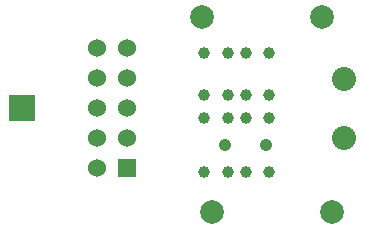
<source format=gbs>
%FSLAX36Y36*%
G04 Gerber Fmt 3.6, Leading zero omitted, Abs format (unit inch)*
G04 Created by KiCad (PCBNEW (2014-jul-16 BZR unknown)-product) date Tue 13 Jan 2015 02:04:58 PM PST*
%MOIN*%
G01*
G04 APERTURE LIST*
%ADD10C,0.003937*%
%ADD11C,0.078700*%
%ADD12R,0.088000X0.088000*%
%ADD13C,0.039370*%
%ADD14C,0.041339*%
%ADD15C,0.080000*%
%ADD16R,0.060000X0.060000*%
%ADD17C,0.060000*%
G04 APERTURE END LIST*
D10*
D11*
X5260000Y-4770000D03*
X4860000Y-4770000D03*
X5225000Y-4120000D03*
X4825000Y-4120000D03*
D12*
X4225000Y-4425000D03*
D13*
X4832677Y-4636772D03*
X4911417Y-4636811D03*
X4832677Y-4457677D03*
X4911417Y-4457677D03*
D14*
X4901575Y-4547244D03*
D13*
X4970472Y-4636772D03*
X5049213Y-4636811D03*
X4970472Y-4457677D03*
X5049213Y-4457677D03*
D14*
X5039370Y-4547244D03*
D13*
X4911417Y-4241142D03*
X4832677Y-4241142D03*
X4911417Y-4380906D03*
X4832677Y-4380906D03*
X5049213Y-4241142D03*
X4970472Y-4241142D03*
X5049213Y-4380906D03*
X4970472Y-4380906D03*
D15*
X5300000Y-4523425D03*
X5300000Y-4326575D03*
D16*
X4575000Y-4625000D03*
D17*
X4475000Y-4625000D03*
X4575000Y-4525000D03*
X4475000Y-4525000D03*
X4575000Y-4425000D03*
X4475000Y-4425000D03*
X4575000Y-4325000D03*
X4475000Y-4325000D03*
X4575000Y-4225000D03*
X4475000Y-4225000D03*
M02*

</source>
